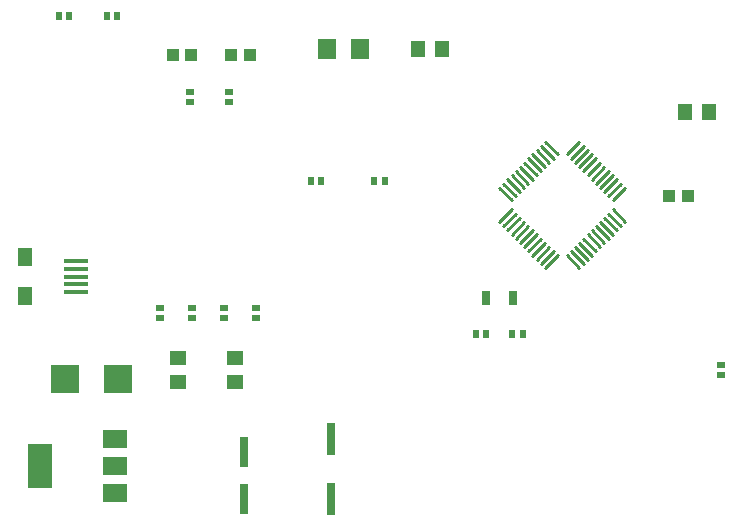
<source format=gtp>
G04 ---------------------------- Layer name :TOP PASTER LAYER*
G04 EasyEDA v5.5.14, Mon, 18 Jun 2018 23:09:04 GMT*
G04 84bf75b42abb48d08708263c728ca580*
G04 Gerber Generator version 0.2*
G04 Scale: 100 percent, Rotated: No, Reflected: No *
G04 Dimensions in inches *
G04 leading zeros omitted , absolute positions ,2 integer and 4 decimal *
%FSLAX24Y24*%
%MOIN*%
G90*
G70D02*

%ADD12C,0.011024*%
%ADD14R,0.039370X0.043307*%
%ADD15R,0.078740X0.017716*%
%ADD16R,0.047240X0.062992*%
%ADD17R,0.094500X0.094500*%
%ADD18R,0.025590X0.023620*%
%ADD19R,0.023620X0.025590*%
%ADD20R,0.031496X0.047240*%
%ADD21R,0.031496X0.098425*%
%ADD22R,0.063000X0.070900*%
%ADD23R,0.057870X0.045670*%
%ADD24R,0.045670X0.057870*%
%ADD25R,0.031496X0.110236*%
%ADD26R,0.078740X0.149606*%
%ADD27R,0.078740X0.059055*%

%LPD*%
G54D12*
G01X16187Y9926D02*
G01X16610Y10349D01*
G01X16327Y9786D02*
G01X16750Y10209D01*
G01X16466Y9647D02*
G01X16889Y10070D01*
G01X16605Y9508D02*
G01X17028Y9931D01*
G01X16744Y9369D02*
G01X17167Y9792D01*
G01X16883Y9230D02*
G01X17306Y9653D01*
G01X17023Y9091D02*
G01X17446Y9514D01*
G01X17162Y8951D02*
G01X17585Y9374D01*
G01X17301Y8812D02*
G01X17724Y9235D01*
G01X17440Y8673D02*
G01X17863Y9096D01*
G01X17579Y8534D02*
G01X18002Y8957D01*
G01X17719Y8395D02*
G01X18142Y8818D01*
G01X18442Y8818D02*
G01X18865Y8395D01*
G01X18582Y8957D02*
G01X19005Y8534D01*
G01X18721Y9096D02*
G01X19144Y8673D01*
G01X18860Y9235D02*
G01X19283Y8812D01*
G01X18999Y9374D02*
G01X19422Y8951D01*
G01X19138Y9514D02*
G01X19561Y9091D01*
G01X19278Y9653D02*
G01X19701Y9230D01*
G01X19417Y9792D02*
G01X19840Y9369D01*
G01X19556Y9931D02*
G01X19979Y9508D01*
G01X19695Y10070D02*
G01X20118Y9647D01*
G01X19834Y10209D02*
G01X20257Y9786D01*
G01X19974Y10349D02*
G01X20397Y9926D01*
G01X19974Y10649D02*
G01X20397Y11072D01*
G01X19834Y10789D02*
G01X20257Y11212D01*
G01X19695Y10928D02*
G01X20118Y11351D01*
G01X19556Y11067D02*
G01X19979Y11490D01*
G01X19417Y11206D02*
G01X19840Y11629D01*
G01X19278Y11345D02*
G01X19701Y11768D01*
G01X19138Y11485D02*
G01X19561Y11908D01*
G01X18999Y11624D02*
G01X19422Y12047D01*
G01X18860Y11763D02*
G01X19283Y12186D01*
G01X18721Y11902D02*
G01X19144Y12325D01*
G01X18582Y12041D02*
G01X19005Y12464D01*
G01X18442Y12181D02*
G01X18865Y12604D01*
G01X17719Y12604D02*
G01X18142Y12181D01*
G01X17579Y12464D02*
G01X18002Y12041D01*
G01X17440Y12325D02*
G01X17863Y11902D01*
G01X17301Y12186D02*
G01X17724Y11763D01*
G01X17162Y12047D02*
G01X17585Y11624D01*
G01X17023Y11908D02*
G01X17446Y11485D01*
G01X16883Y11768D02*
G01X17306Y11345D01*
G01X16744Y11629D02*
G01X17167Y11206D01*
G01X16605Y11490D02*
G01X17028Y11067D01*
G01X16466Y11351D02*
G01X16889Y10928D01*
G01X16327Y11212D02*
G01X16750Y10789D01*
G01X16187Y11072D02*
G01X16610Y10649D01*
G54D14*
G01X7894Y15500D03*
G01X7264Y15500D03*
G54D15*
G01X2075Y7592D03*
G01X2075Y7848D03*
G01X2075Y8104D03*
G01X2075Y8359D03*
G01X2075Y8615D03*
G54D16*
G01X378Y7471D03*
G01X384Y8762D03*
G54D17*
G01X3469Y4700D03*
G01X1730Y4700D03*
G54D18*
G01X4900Y7069D03*
G01X4900Y6736D03*
G01X7033Y7069D03*
G01X7033Y6736D03*
G01X8100Y7069D03*
G01X8100Y6736D03*
G54D19*
G01X12369Y11300D03*
G01X12035Y11300D03*
G01X9930Y11300D03*
G01X10264Y11300D03*
G01X15430Y6200D03*
G01X15764Y6200D03*
G01X16969Y6200D03*
G01X16635Y6200D03*
G54D20*
G01X15746Y7396D03*
G01X16657Y7396D03*
G54D21*
G01X7701Y700D03*
G01X7701Y2250D03*
G54D14*
G01X5306Y15499D03*
G01X5935Y15499D03*
G54D22*
G01X10450Y15700D03*
G01X11550Y15700D03*
G54D14*
G01X22493Y10800D03*
G01X21864Y10800D03*
G54D18*
G01X5900Y14269D03*
G01X5900Y13936D03*
G01X5966Y7069D03*
G01X5966Y6736D03*
G01X7200Y14269D03*
G01X7200Y13936D03*
G54D23*
G01X5500Y5399D03*
G01X5500Y4599D03*
G01X7400Y5399D03*
G01X7400Y4599D03*
G54D19*
G01X3130Y16800D03*
G01X3463Y16800D03*
G01X1530Y16800D03*
G01X1863Y16800D03*
G54D24*
G01X14300Y15700D03*
G01X13500Y15700D03*
G01X22400Y13599D03*
G01X23200Y13599D03*
G54D25*
G01X10601Y2700D03*
G01X10601Y700D03*
G54D18*
G01X23600Y5169D03*
G01X23600Y4836D03*
G54D26*
G01X900Y1800D03*
G54D27*
G01X3380Y1800D03*
G01X3380Y2705D03*
G01X3380Y894D03*
M00*
M02*

</source>
